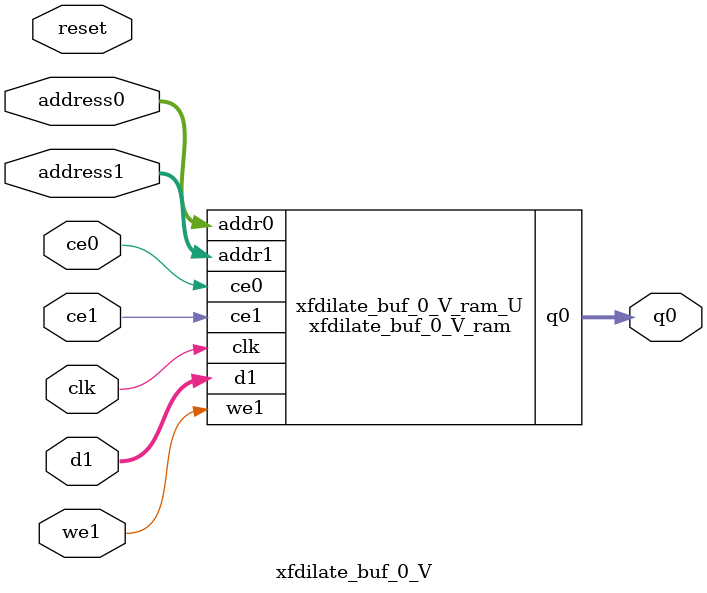
<source format=v>
`timescale 1 ns / 1 ps
module xfdilate_buf_0_V_ram (addr0, ce0, q0, addr1, ce1, d1, we1,  clk);

parameter DWIDTH = 8;
parameter AWIDTH = 11;
parameter MEM_SIZE = 1280;

input[AWIDTH-1:0] addr0;
input ce0;
output reg[DWIDTH-1:0] q0;
input[AWIDTH-1:0] addr1;
input ce1;
input[DWIDTH-1:0] d1;
input we1;
input clk;

(* ram_style = "block" *)reg [DWIDTH-1:0] ram[0:MEM_SIZE-1];




always @(posedge clk)  
begin 
    if (ce0) 
    begin
        q0 <= ram[addr0];
    end
end


always @(posedge clk)  
begin 
    if (ce1) 
    begin
        if (we1) 
        begin 
            ram[addr1] <= d1; 
        end 
    end
end


endmodule

`timescale 1 ns / 1 ps
module xfdilate_buf_0_V(
    reset,
    clk,
    address0,
    ce0,
    q0,
    address1,
    ce1,
    we1,
    d1);

parameter DataWidth = 32'd8;
parameter AddressRange = 32'd1280;
parameter AddressWidth = 32'd11;
input reset;
input clk;
input[AddressWidth - 1:0] address0;
input ce0;
output[DataWidth - 1:0] q0;
input[AddressWidth - 1:0] address1;
input ce1;
input we1;
input[DataWidth - 1:0] d1;



xfdilate_buf_0_V_ram xfdilate_buf_0_V_ram_U(
    .clk( clk ),
    .addr0( address0 ),
    .ce0( ce0 ),
    .q0( q0 ),
    .addr1( address1 ),
    .ce1( ce1 ),
    .we1( we1 ),
    .d1( d1 ));

endmodule


</source>
